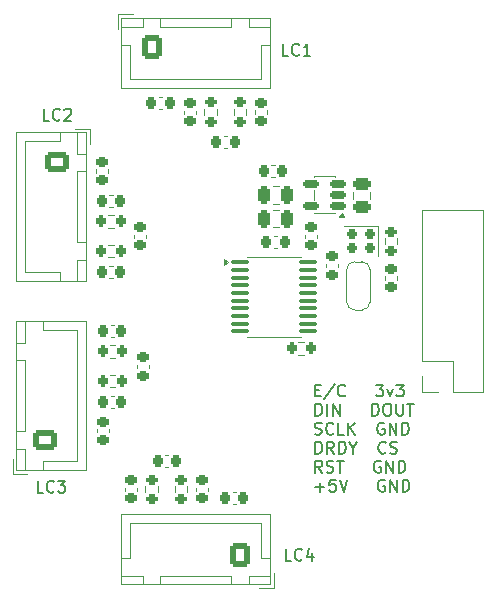
<source format=gbr>
%TF.GenerationSoftware,KiCad,Pcbnew,9.0.6*%
%TF.CreationDate,2025-12-29T21:08:54-05:00*%
%TF.ProjectId,plimsoll,706c696d-736f-46c6-9c2e-6b696361645f,rev?*%
%TF.SameCoordinates,Original*%
%TF.FileFunction,Legend,Top*%
%TF.FilePolarity,Positive*%
%FSLAX46Y46*%
G04 Gerber Fmt 4.6, Leading zero omitted, Abs format (unit mm)*
G04 Created by KiCad (PCBNEW 9.0.6) date 2025-12-29 21:08:54*
%MOMM*%
%LPD*%
G01*
G04 APERTURE LIST*
G04 Aperture macros list*
%AMRoundRect*
0 Rectangle with rounded corners*
0 $1 Rounding radius*
0 $2 $3 $4 $5 $6 $7 $8 $9 X,Y pos of 4 corners*
0 Add a 4 corners polygon primitive as box body*
4,1,4,$2,$3,$4,$5,$6,$7,$8,$9,$2,$3,0*
0 Add four circle primitives for the rounded corners*
1,1,$1+$1,$2,$3*
1,1,$1+$1,$4,$5*
1,1,$1+$1,$6,$7*
1,1,$1+$1,$8,$9*
0 Add four rect primitives between the rounded corners*
20,1,$1+$1,$2,$3,$4,$5,0*
20,1,$1+$1,$4,$5,$6,$7,0*
20,1,$1+$1,$6,$7,$8,$9,0*
20,1,$1+$1,$8,$9,$2,$3,0*%
%AMFreePoly0*
4,1,23,0.550000,-0.750000,0.000000,-0.750000,0.000000,-0.745722,-0.065263,-0.745722,-0.191342,-0.711940,-0.304381,-0.646677,-0.396677,-0.554381,-0.461940,-0.441342,-0.495722,-0.315263,-0.495722,-0.250000,-0.500000,-0.250000,-0.500000,0.250000,-0.495722,0.250000,-0.495722,0.315263,-0.461940,0.441342,-0.396677,0.554381,-0.304381,0.646677,-0.191342,0.711940,-0.065263,0.745722,0.000000,0.745722,
0.000000,0.750000,0.550000,0.750000,0.550000,-0.750000,0.550000,-0.750000,$1*%
%AMFreePoly1*
4,1,23,0.000000,0.745722,0.065263,0.745722,0.191342,0.711940,0.304381,0.646677,0.396677,0.554381,0.461940,0.441342,0.495722,0.315263,0.495722,0.250000,0.500000,0.250000,0.500000,-0.250000,0.495722,-0.250000,0.495722,-0.315263,0.461940,-0.441342,0.396677,-0.554381,0.304381,-0.646677,0.191342,-0.711940,0.065263,-0.745722,0.000000,-0.745722,0.000000,-0.750000,-0.550000,-0.750000,
-0.550000,0.750000,0.000000,0.750000,0.000000,0.745722,0.000000,0.745722,$1*%
G04 Aperture macros list end*
%ADD10C,0.200000*%
%ADD11C,0.150000*%
%ADD12C,0.120000*%
%ADD13C,3.200000*%
%ADD14RoundRect,0.200000X0.200000X0.275000X-0.200000X0.275000X-0.200000X-0.275000X0.200000X-0.275000X0*%
%ADD15RoundRect,0.250000X0.475000X-0.250000X0.475000X0.250000X-0.475000X0.250000X-0.475000X-0.250000X0*%
%ADD16RoundRect,0.225000X-0.225000X-0.250000X0.225000X-0.250000X0.225000X0.250000X-0.225000X0.250000X0*%
%ADD17RoundRect,0.100000X-0.637500X-0.100000X0.637500X-0.100000X0.637500X0.100000X-0.637500X0.100000X0*%
%ADD18RoundRect,0.225000X0.250000X-0.225000X0.250000X0.225000X-0.250000X0.225000X-0.250000X-0.225000X0*%
%ADD19RoundRect,0.200000X-0.200000X-0.275000X0.200000X-0.275000X0.200000X0.275000X-0.200000X0.275000X0*%
%ADD20RoundRect,0.225000X-0.250000X0.225000X-0.250000X-0.225000X0.250000X-0.225000X0.250000X0.225000X0*%
%ADD21R,1.700000X1.700000*%
%ADD22C,1.700000*%
%ADD23FreePoly0,270.000000*%
%ADD24R,1.500000X1.000000*%
%ADD25FreePoly1,270.000000*%
%ADD26RoundRect,0.200000X0.275000X-0.200000X0.275000X0.200000X-0.275000X0.200000X-0.275000X-0.200000X0*%
%ADD27RoundRect,0.250000X0.250000X0.475000X-0.250000X0.475000X-0.250000X-0.475000X0.250000X-0.475000X0*%
%ADD28RoundRect,0.250000X0.725000X-0.600000X0.725000X0.600000X-0.725000X0.600000X-0.725000X-0.600000X0*%
%ADD29O,1.950000X1.700000*%
%ADD30RoundRect,0.225000X0.225000X0.250000X-0.225000X0.250000X-0.225000X-0.250000X0.225000X-0.250000X0*%
%ADD31RoundRect,0.250000X0.600000X0.725000X-0.600000X0.725000X-0.600000X-0.725000X0.600000X-0.725000X0*%
%ADD32O,1.700000X1.950000*%
%ADD33RoundRect,0.200000X0.250000X0.200000X-0.250000X0.200000X-0.250000X-0.200000X0.250000X-0.200000X0*%
%ADD34RoundRect,0.200000X-0.275000X0.200000X-0.275000X-0.200000X0.275000X-0.200000X0.275000X0.200000X0*%
%ADD35RoundRect,0.250000X-0.725000X0.600000X-0.725000X-0.600000X0.725000X-0.600000X0.725000X0.600000X0*%
%ADD36RoundRect,0.150000X0.512500X0.150000X-0.512500X0.150000X-0.512500X-0.150000X0.512500X-0.150000X0*%
%ADD37RoundRect,0.250000X-0.600000X-0.725000X0.600000X-0.725000X0.600000X0.725000X-0.600000X0.725000X0*%
G04 APERTURE END LIST*
D10*
X126369673Y-132543689D02*
X126703006Y-132543689D01*
X126845863Y-133067499D02*
X126369673Y-133067499D01*
X126369673Y-133067499D02*
X126369673Y-132067499D01*
X126369673Y-132067499D02*
X126845863Y-132067499D01*
X127988720Y-132019880D02*
X127131578Y-133305594D01*
X128893482Y-132972260D02*
X128845863Y-133019880D01*
X128845863Y-133019880D02*
X128703006Y-133067499D01*
X128703006Y-133067499D02*
X128607768Y-133067499D01*
X128607768Y-133067499D02*
X128464911Y-133019880D01*
X128464911Y-133019880D02*
X128369673Y-132924641D01*
X128369673Y-132924641D02*
X128322054Y-132829403D01*
X128322054Y-132829403D02*
X128274435Y-132638927D01*
X128274435Y-132638927D02*
X128274435Y-132496070D01*
X128274435Y-132496070D02*
X128322054Y-132305594D01*
X128322054Y-132305594D02*
X128369673Y-132210356D01*
X128369673Y-132210356D02*
X128464911Y-132115118D01*
X128464911Y-132115118D02*
X128607768Y-132067499D01*
X128607768Y-132067499D02*
X128703006Y-132067499D01*
X128703006Y-132067499D02*
X128845863Y-132115118D01*
X128845863Y-132115118D02*
X128893482Y-132162737D01*
X131512531Y-132067499D02*
X132131578Y-132067499D01*
X132131578Y-132067499D02*
X131798245Y-132448451D01*
X131798245Y-132448451D02*
X131941102Y-132448451D01*
X131941102Y-132448451D02*
X132036340Y-132496070D01*
X132036340Y-132496070D02*
X132083959Y-132543689D01*
X132083959Y-132543689D02*
X132131578Y-132638927D01*
X132131578Y-132638927D02*
X132131578Y-132877022D01*
X132131578Y-132877022D02*
X132083959Y-132972260D01*
X132083959Y-132972260D02*
X132036340Y-133019880D01*
X132036340Y-133019880D02*
X131941102Y-133067499D01*
X131941102Y-133067499D02*
X131655388Y-133067499D01*
X131655388Y-133067499D02*
X131560150Y-133019880D01*
X131560150Y-133019880D02*
X131512531Y-132972260D01*
X132464912Y-132400832D02*
X132703007Y-133067499D01*
X132703007Y-133067499D02*
X132941102Y-132400832D01*
X133226817Y-132067499D02*
X133845864Y-132067499D01*
X133845864Y-132067499D02*
X133512531Y-132448451D01*
X133512531Y-132448451D02*
X133655388Y-132448451D01*
X133655388Y-132448451D02*
X133750626Y-132496070D01*
X133750626Y-132496070D02*
X133798245Y-132543689D01*
X133798245Y-132543689D02*
X133845864Y-132638927D01*
X133845864Y-132638927D02*
X133845864Y-132877022D01*
X133845864Y-132877022D02*
X133798245Y-132972260D01*
X133798245Y-132972260D02*
X133750626Y-133019880D01*
X133750626Y-133019880D02*
X133655388Y-133067499D01*
X133655388Y-133067499D02*
X133369674Y-133067499D01*
X133369674Y-133067499D02*
X133274436Y-133019880D01*
X133274436Y-133019880D02*
X133226817Y-132972260D01*
X126369673Y-134677443D02*
X126369673Y-133677443D01*
X126369673Y-133677443D02*
X126607768Y-133677443D01*
X126607768Y-133677443D02*
X126750625Y-133725062D01*
X126750625Y-133725062D02*
X126845863Y-133820300D01*
X126845863Y-133820300D02*
X126893482Y-133915538D01*
X126893482Y-133915538D02*
X126941101Y-134106014D01*
X126941101Y-134106014D02*
X126941101Y-134248871D01*
X126941101Y-134248871D02*
X126893482Y-134439347D01*
X126893482Y-134439347D02*
X126845863Y-134534585D01*
X126845863Y-134534585D02*
X126750625Y-134629824D01*
X126750625Y-134629824D02*
X126607768Y-134677443D01*
X126607768Y-134677443D02*
X126369673Y-134677443D01*
X127369673Y-134677443D02*
X127369673Y-133677443D01*
X127845863Y-134677443D02*
X127845863Y-133677443D01*
X127845863Y-133677443D02*
X128417291Y-134677443D01*
X128417291Y-134677443D02*
X128417291Y-133677443D01*
X131179197Y-134677443D02*
X131179197Y-133677443D01*
X131179197Y-133677443D02*
X131417292Y-133677443D01*
X131417292Y-133677443D02*
X131560149Y-133725062D01*
X131560149Y-133725062D02*
X131655387Y-133820300D01*
X131655387Y-133820300D02*
X131703006Y-133915538D01*
X131703006Y-133915538D02*
X131750625Y-134106014D01*
X131750625Y-134106014D02*
X131750625Y-134248871D01*
X131750625Y-134248871D02*
X131703006Y-134439347D01*
X131703006Y-134439347D02*
X131655387Y-134534585D01*
X131655387Y-134534585D02*
X131560149Y-134629824D01*
X131560149Y-134629824D02*
X131417292Y-134677443D01*
X131417292Y-134677443D02*
X131179197Y-134677443D01*
X132369673Y-133677443D02*
X132560149Y-133677443D01*
X132560149Y-133677443D02*
X132655387Y-133725062D01*
X132655387Y-133725062D02*
X132750625Y-133820300D01*
X132750625Y-133820300D02*
X132798244Y-134010776D01*
X132798244Y-134010776D02*
X132798244Y-134344109D01*
X132798244Y-134344109D02*
X132750625Y-134534585D01*
X132750625Y-134534585D02*
X132655387Y-134629824D01*
X132655387Y-134629824D02*
X132560149Y-134677443D01*
X132560149Y-134677443D02*
X132369673Y-134677443D01*
X132369673Y-134677443D02*
X132274435Y-134629824D01*
X132274435Y-134629824D02*
X132179197Y-134534585D01*
X132179197Y-134534585D02*
X132131578Y-134344109D01*
X132131578Y-134344109D02*
X132131578Y-134010776D01*
X132131578Y-134010776D02*
X132179197Y-133820300D01*
X132179197Y-133820300D02*
X132274435Y-133725062D01*
X132274435Y-133725062D02*
X132369673Y-133677443D01*
X133226816Y-133677443D02*
X133226816Y-134486966D01*
X133226816Y-134486966D02*
X133274435Y-134582204D01*
X133274435Y-134582204D02*
X133322054Y-134629824D01*
X133322054Y-134629824D02*
X133417292Y-134677443D01*
X133417292Y-134677443D02*
X133607768Y-134677443D01*
X133607768Y-134677443D02*
X133703006Y-134629824D01*
X133703006Y-134629824D02*
X133750625Y-134582204D01*
X133750625Y-134582204D02*
X133798244Y-134486966D01*
X133798244Y-134486966D02*
X133798244Y-133677443D01*
X134131578Y-133677443D02*
X134703006Y-133677443D01*
X134417292Y-134677443D02*
X134417292Y-133677443D01*
X126322054Y-136239768D02*
X126464911Y-136287387D01*
X126464911Y-136287387D02*
X126703006Y-136287387D01*
X126703006Y-136287387D02*
X126798244Y-136239768D01*
X126798244Y-136239768D02*
X126845863Y-136192148D01*
X126845863Y-136192148D02*
X126893482Y-136096910D01*
X126893482Y-136096910D02*
X126893482Y-136001672D01*
X126893482Y-136001672D02*
X126845863Y-135906434D01*
X126845863Y-135906434D02*
X126798244Y-135858815D01*
X126798244Y-135858815D02*
X126703006Y-135811196D01*
X126703006Y-135811196D02*
X126512530Y-135763577D01*
X126512530Y-135763577D02*
X126417292Y-135715958D01*
X126417292Y-135715958D02*
X126369673Y-135668339D01*
X126369673Y-135668339D02*
X126322054Y-135573101D01*
X126322054Y-135573101D02*
X126322054Y-135477863D01*
X126322054Y-135477863D02*
X126369673Y-135382625D01*
X126369673Y-135382625D02*
X126417292Y-135335006D01*
X126417292Y-135335006D02*
X126512530Y-135287387D01*
X126512530Y-135287387D02*
X126750625Y-135287387D01*
X126750625Y-135287387D02*
X126893482Y-135335006D01*
X127893482Y-136192148D02*
X127845863Y-136239768D01*
X127845863Y-136239768D02*
X127703006Y-136287387D01*
X127703006Y-136287387D02*
X127607768Y-136287387D01*
X127607768Y-136287387D02*
X127464911Y-136239768D01*
X127464911Y-136239768D02*
X127369673Y-136144529D01*
X127369673Y-136144529D02*
X127322054Y-136049291D01*
X127322054Y-136049291D02*
X127274435Y-135858815D01*
X127274435Y-135858815D02*
X127274435Y-135715958D01*
X127274435Y-135715958D02*
X127322054Y-135525482D01*
X127322054Y-135525482D02*
X127369673Y-135430244D01*
X127369673Y-135430244D02*
X127464911Y-135335006D01*
X127464911Y-135335006D02*
X127607768Y-135287387D01*
X127607768Y-135287387D02*
X127703006Y-135287387D01*
X127703006Y-135287387D02*
X127845863Y-135335006D01*
X127845863Y-135335006D02*
X127893482Y-135382625D01*
X128798244Y-136287387D02*
X128322054Y-136287387D01*
X128322054Y-136287387D02*
X128322054Y-135287387D01*
X129131578Y-136287387D02*
X129131578Y-135287387D01*
X129703006Y-136287387D02*
X129274435Y-135715958D01*
X129703006Y-135287387D02*
X129131578Y-135858815D01*
X132179197Y-135335006D02*
X132083959Y-135287387D01*
X132083959Y-135287387D02*
X131941102Y-135287387D01*
X131941102Y-135287387D02*
X131798245Y-135335006D01*
X131798245Y-135335006D02*
X131703007Y-135430244D01*
X131703007Y-135430244D02*
X131655388Y-135525482D01*
X131655388Y-135525482D02*
X131607769Y-135715958D01*
X131607769Y-135715958D02*
X131607769Y-135858815D01*
X131607769Y-135858815D02*
X131655388Y-136049291D01*
X131655388Y-136049291D02*
X131703007Y-136144529D01*
X131703007Y-136144529D02*
X131798245Y-136239768D01*
X131798245Y-136239768D02*
X131941102Y-136287387D01*
X131941102Y-136287387D02*
X132036340Y-136287387D01*
X132036340Y-136287387D02*
X132179197Y-136239768D01*
X132179197Y-136239768D02*
X132226816Y-136192148D01*
X132226816Y-136192148D02*
X132226816Y-135858815D01*
X132226816Y-135858815D02*
X132036340Y-135858815D01*
X132655388Y-136287387D02*
X132655388Y-135287387D01*
X132655388Y-135287387D02*
X133226816Y-136287387D01*
X133226816Y-136287387D02*
X133226816Y-135287387D01*
X133703007Y-136287387D02*
X133703007Y-135287387D01*
X133703007Y-135287387D02*
X133941102Y-135287387D01*
X133941102Y-135287387D02*
X134083959Y-135335006D01*
X134083959Y-135335006D02*
X134179197Y-135430244D01*
X134179197Y-135430244D02*
X134226816Y-135525482D01*
X134226816Y-135525482D02*
X134274435Y-135715958D01*
X134274435Y-135715958D02*
X134274435Y-135858815D01*
X134274435Y-135858815D02*
X134226816Y-136049291D01*
X134226816Y-136049291D02*
X134179197Y-136144529D01*
X134179197Y-136144529D02*
X134083959Y-136239768D01*
X134083959Y-136239768D02*
X133941102Y-136287387D01*
X133941102Y-136287387D02*
X133703007Y-136287387D01*
X126369673Y-137897331D02*
X126369673Y-136897331D01*
X126369673Y-136897331D02*
X126607768Y-136897331D01*
X126607768Y-136897331D02*
X126750625Y-136944950D01*
X126750625Y-136944950D02*
X126845863Y-137040188D01*
X126845863Y-137040188D02*
X126893482Y-137135426D01*
X126893482Y-137135426D02*
X126941101Y-137325902D01*
X126941101Y-137325902D02*
X126941101Y-137468759D01*
X126941101Y-137468759D02*
X126893482Y-137659235D01*
X126893482Y-137659235D02*
X126845863Y-137754473D01*
X126845863Y-137754473D02*
X126750625Y-137849712D01*
X126750625Y-137849712D02*
X126607768Y-137897331D01*
X126607768Y-137897331D02*
X126369673Y-137897331D01*
X127941101Y-137897331D02*
X127607768Y-137421140D01*
X127369673Y-137897331D02*
X127369673Y-136897331D01*
X127369673Y-136897331D02*
X127750625Y-136897331D01*
X127750625Y-136897331D02*
X127845863Y-136944950D01*
X127845863Y-136944950D02*
X127893482Y-136992569D01*
X127893482Y-136992569D02*
X127941101Y-137087807D01*
X127941101Y-137087807D02*
X127941101Y-137230664D01*
X127941101Y-137230664D02*
X127893482Y-137325902D01*
X127893482Y-137325902D02*
X127845863Y-137373521D01*
X127845863Y-137373521D02*
X127750625Y-137421140D01*
X127750625Y-137421140D02*
X127369673Y-137421140D01*
X128369673Y-137897331D02*
X128369673Y-136897331D01*
X128369673Y-136897331D02*
X128607768Y-136897331D01*
X128607768Y-136897331D02*
X128750625Y-136944950D01*
X128750625Y-136944950D02*
X128845863Y-137040188D01*
X128845863Y-137040188D02*
X128893482Y-137135426D01*
X128893482Y-137135426D02*
X128941101Y-137325902D01*
X128941101Y-137325902D02*
X128941101Y-137468759D01*
X128941101Y-137468759D02*
X128893482Y-137659235D01*
X128893482Y-137659235D02*
X128845863Y-137754473D01*
X128845863Y-137754473D02*
X128750625Y-137849712D01*
X128750625Y-137849712D02*
X128607768Y-137897331D01*
X128607768Y-137897331D02*
X128369673Y-137897331D01*
X129560149Y-137421140D02*
X129560149Y-137897331D01*
X129226816Y-136897331D02*
X129560149Y-137421140D01*
X129560149Y-137421140D02*
X129893482Y-136897331D01*
X132322054Y-137802092D02*
X132274435Y-137849712D01*
X132274435Y-137849712D02*
X132131578Y-137897331D01*
X132131578Y-137897331D02*
X132036340Y-137897331D01*
X132036340Y-137897331D02*
X131893483Y-137849712D01*
X131893483Y-137849712D02*
X131798245Y-137754473D01*
X131798245Y-137754473D02*
X131750626Y-137659235D01*
X131750626Y-137659235D02*
X131703007Y-137468759D01*
X131703007Y-137468759D02*
X131703007Y-137325902D01*
X131703007Y-137325902D02*
X131750626Y-137135426D01*
X131750626Y-137135426D02*
X131798245Y-137040188D01*
X131798245Y-137040188D02*
X131893483Y-136944950D01*
X131893483Y-136944950D02*
X132036340Y-136897331D01*
X132036340Y-136897331D02*
X132131578Y-136897331D01*
X132131578Y-136897331D02*
X132274435Y-136944950D01*
X132274435Y-136944950D02*
X132322054Y-136992569D01*
X132703007Y-137849712D02*
X132845864Y-137897331D01*
X132845864Y-137897331D02*
X133083959Y-137897331D01*
X133083959Y-137897331D02*
X133179197Y-137849712D01*
X133179197Y-137849712D02*
X133226816Y-137802092D01*
X133226816Y-137802092D02*
X133274435Y-137706854D01*
X133274435Y-137706854D02*
X133274435Y-137611616D01*
X133274435Y-137611616D02*
X133226816Y-137516378D01*
X133226816Y-137516378D02*
X133179197Y-137468759D01*
X133179197Y-137468759D02*
X133083959Y-137421140D01*
X133083959Y-137421140D02*
X132893483Y-137373521D01*
X132893483Y-137373521D02*
X132798245Y-137325902D01*
X132798245Y-137325902D02*
X132750626Y-137278283D01*
X132750626Y-137278283D02*
X132703007Y-137183045D01*
X132703007Y-137183045D02*
X132703007Y-137087807D01*
X132703007Y-137087807D02*
X132750626Y-136992569D01*
X132750626Y-136992569D02*
X132798245Y-136944950D01*
X132798245Y-136944950D02*
X132893483Y-136897331D01*
X132893483Y-136897331D02*
X133131578Y-136897331D01*
X133131578Y-136897331D02*
X133274435Y-136944950D01*
X126941101Y-139507275D02*
X126607768Y-139031084D01*
X126369673Y-139507275D02*
X126369673Y-138507275D01*
X126369673Y-138507275D02*
X126750625Y-138507275D01*
X126750625Y-138507275D02*
X126845863Y-138554894D01*
X126845863Y-138554894D02*
X126893482Y-138602513D01*
X126893482Y-138602513D02*
X126941101Y-138697751D01*
X126941101Y-138697751D02*
X126941101Y-138840608D01*
X126941101Y-138840608D02*
X126893482Y-138935846D01*
X126893482Y-138935846D02*
X126845863Y-138983465D01*
X126845863Y-138983465D02*
X126750625Y-139031084D01*
X126750625Y-139031084D02*
X126369673Y-139031084D01*
X127322054Y-139459656D02*
X127464911Y-139507275D01*
X127464911Y-139507275D02*
X127703006Y-139507275D01*
X127703006Y-139507275D02*
X127798244Y-139459656D01*
X127798244Y-139459656D02*
X127845863Y-139412036D01*
X127845863Y-139412036D02*
X127893482Y-139316798D01*
X127893482Y-139316798D02*
X127893482Y-139221560D01*
X127893482Y-139221560D02*
X127845863Y-139126322D01*
X127845863Y-139126322D02*
X127798244Y-139078703D01*
X127798244Y-139078703D02*
X127703006Y-139031084D01*
X127703006Y-139031084D02*
X127512530Y-138983465D01*
X127512530Y-138983465D02*
X127417292Y-138935846D01*
X127417292Y-138935846D02*
X127369673Y-138888227D01*
X127369673Y-138888227D02*
X127322054Y-138792989D01*
X127322054Y-138792989D02*
X127322054Y-138697751D01*
X127322054Y-138697751D02*
X127369673Y-138602513D01*
X127369673Y-138602513D02*
X127417292Y-138554894D01*
X127417292Y-138554894D02*
X127512530Y-138507275D01*
X127512530Y-138507275D02*
X127750625Y-138507275D01*
X127750625Y-138507275D02*
X127893482Y-138554894D01*
X128179197Y-138507275D02*
X128750625Y-138507275D01*
X128464911Y-139507275D02*
X128464911Y-138507275D01*
X131893483Y-138554894D02*
X131798245Y-138507275D01*
X131798245Y-138507275D02*
X131655388Y-138507275D01*
X131655388Y-138507275D02*
X131512531Y-138554894D01*
X131512531Y-138554894D02*
X131417293Y-138650132D01*
X131417293Y-138650132D02*
X131369674Y-138745370D01*
X131369674Y-138745370D02*
X131322055Y-138935846D01*
X131322055Y-138935846D02*
X131322055Y-139078703D01*
X131322055Y-139078703D02*
X131369674Y-139269179D01*
X131369674Y-139269179D02*
X131417293Y-139364417D01*
X131417293Y-139364417D02*
X131512531Y-139459656D01*
X131512531Y-139459656D02*
X131655388Y-139507275D01*
X131655388Y-139507275D02*
X131750626Y-139507275D01*
X131750626Y-139507275D02*
X131893483Y-139459656D01*
X131893483Y-139459656D02*
X131941102Y-139412036D01*
X131941102Y-139412036D02*
X131941102Y-139078703D01*
X131941102Y-139078703D02*
X131750626Y-139078703D01*
X132369674Y-139507275D02*
X132369674Y-138507275D01*
X132369674Y-138507275D02*
X132941102Y-139507275D01*
X132941102Y-139507275D02*
X132941102Y-138507275D01*
X133417293Y-139507275D02*
X133417293Y-138507275D01*
X133417293Y-138507275D02*
X133655388Y-138507275D01*
X133655388Y-138507275D02*
X133798245Y-138554894D01*
X133798245Y-138554894D02*
X133893483Y-138650132D01*
X133893483Y-138650132D02*
X133941102Y-138745370D01*
X133941102Y-138745370D02*
X133988721Y-138935846D01*
X133988721Y-138935846D02*
X133988721Y-139078703D01*
X133988721Y-139078703D02*
X133941102Y-139269179D01*
X133941102Y-139269179D02*
X133893483Y-139364417D01*
X133893483Y-139364417D02*
X133798245Y-139459656D01*
X133798245Y-139459656D02*
X133655388Y-139507275D01*
X133655388Y-139507275D02*
X133417293Y-139507275D01*
X126369673Y-140736266D02*
X127131578Y-140736266D01*
X126750625Y-141117219D02*
X126750625Y-140355314D01*
X128083958Y-140117219D02*
X127607768Y-140117219D01*
X127607768Y-140117219D02*
X127560149Y-140593409D01*
X127560149Y-140593409D02*
X127607768Y-140545790D01*
X127607768Y-140545790D02*
X127703006Y-140498171D01*
X127703006Y-140498171D02*
X127941101Y-140498171D01*
X127941101Y-140498171D02*
X128036339Y-140545790D01*
X128036339Y-140545790D02*
X128083958Y-140593409D01*
X128083958Y-140593409D02*
X128131577Y-140688647D01*
X128131577Y-140688647D02*
X128131577Y-140926742D01*
X128131577Y-140926742D02*
X128083958Y-141021980D01*
X128083958Y-141021980D02*
X128036339Y-141069600D01*
X128036339Y-141069600D02*
X127941101Y-141117219D01*
X127941101Y-141117219D02*
X127703006Y-141117219D01*
X127703006Y-141117219D02*
X127607768Y-141069600D01*
X127607768Y-141069600D02*
X127560149Y-141021980D01*
X128417292Y-140117219D02*
X128750625Y-141117219D01*
X128750625Y-141117219D02*
X129083958Y-140117219D01*
X132226816Y-140164838D02*
X132131578Y-140117219D01*
X132131578Y-140117219D02*
X131988721Y-140117219D01*
X131988721Y-140117219D02*
X131845864Y-140164838D01*
X131845864Y-140164838D02*
X131750626Y-140260076D01*
X131750626Y-140260076D02*
X131703007Y-140355314D01*
X131703007Y-140355314D02*
X131655388Y-140545790D01*
X131655388Y-140545790D02*
X131655388Y-140688647D01*
X131655388Y-140688647D02*
X131703007Y-140879123D01*
X131703007Y-140879123D02*
X131750626Y-140974361D01*
X131750626Y-140974361D02*
X131845864Y-141069600D01*
X131845864Y-141069600D02*
X131988721Y-141117219D01*
X131988721Y-141117219D02*
X132083959Y-141117219D01*
X132083959Y-141117219D02*
X132226816Y-141069600D01*
X132226816Y-141069600D02*
X132274435Y-141021980D01*
X132274435Y-141021980D02*
X132274435Y-140688647D01*
X132274435Y-140688647D02*
X132083959Y-140688647D01*
X132703007Y-141117219D02*
X132703007Y-140117219D01*
X132703007Y-140117219D02*
X133274435Y-141117219D01*
X133274435Y-141117219D02*
X133274435Y-140117219D01*
X133750626Y-141117219D02*
X133750626Y-140117219D01*
X133750626Y-140117219D02*
X133988721Y-140117219D01*
X133988721Y-140117219D02*
X134131578Y-140164838D01*
X134131578Y-140164838D02*
X134226816Y-140260076D01*
X134226816Y-140260076D02*
X134274435Y-140355314D01*
X134274435Y-140355314D02*
X134322054Y-140545790D01*
X134322054Y-140545790D02*
X134322054Y-140688647D01*
X134322054Y-140688647D02*
X134274435Y-140879123D01*
X134274435Y-140879123D02*
X134226816Y-140974361D01*
X134226816Y-140974361D02*
X134131578Y-141069600D01*
X134131578Y-141069600D02*
X133988721Y-141117219D01*
X133988721Y-141117219D02*
X133750626Y-141117219D01*
D11*
X103333333Y-141204819D02*
X102857143Y-141204819D01*
X102857143Y-141204819D02*
X102857143Y-140204819D01*
X104238095Y-141109580D02*
X104190476Y-141157200D01*
X104190476Y-141157200D02*
X104047619Y-141204819D01*
X104047619Y-141204819D02*
X103952381Y-141204819D01*
X103952381Y-141204819D02*
X103809524Y-141157200D01*
X103809524Y-141157200D02*
X103714286Y-141061961D01*
X103714286Y-141061961D02*
X103666667Y-140966723D01*
X103666667Y-140966723D02*
X103619048Y-140776247D01*
X103619048Y-140776247D02*
X103619048Y-140633390D01*
X103619048Y-140633390D02*
X103666667Y-140442914D01*
X103666667Y-140442914D02*
X103714286Y-140347676D01*
X103714286Y-140347676D02*
X103809524Y-140252438D01*
X103809524Y-140252438D02*
X103952381Y-140204819D01*
X103952381Y-140204819D02*
X104047619Y-140204819D01*
X104047619Y-140204819D02*
X104190476Y-140252438D01*
X104190476Y-140252438D02*
X104238095Y-140300057D01*
X104571429Y-140204819D02*
X105190476Y-140204819D01*
X105190476Y-140204819D02*
X104857143Y-140585771D01*
X104857143Y-140585771D02*
X105000000Y-140585771D01*
X105000000Y-140585771D02*
X105095238Y-140633390D01*
X105095238Y-140633390D02*
X105142857Y-140681009D01*
X105142857Y-140681009D02*
X105190476Y-140776247D01*
X105190476Y-140776247D02*
X105190476Y-141014342D01*
X105190476Y-141014342D02*
X105142857Y-141109580D01*
X105142857Y-141109580D02*
X105095238Y-141157200D01*
X105095238Y-141157200D02*
X105000000Y-141204819D01*
X105000000Y-141204819D02*
X104714286Y-141204819D01*
X104714286Y-141204819D02*
X104619048Y-141157200D01*
X104619048Y-141157200D02*
X104571429Y-141109580D01*
X124333333Y-146954819D02*
X123857143Y-146954819D01*
X123857143Y-146954819D02*
X123857143Y-145954819D01*
X125238095Y-146859580D02*
X125190476Y-146907200D01*
X125190476Y-146907200D02*
X125047619Y-146954819D01*
X125047619Y-146954819D02*
X124952381Y-146954819D01*
X124952381Y-146954819D02*
X124809524Y-146907200D01*
X124809524Y-146907200D02*
X124714286Y-146811961D01*
X124714286Y-146811961D02*
X124666667Y-146716723D01*
X124666667Y-146716723D02*
X124619048Y-146526247D01*
X124619048Y-146526247D02*
X124619048Y-146383390D01*
X124619048Y-146383390D02*
X124666667Y-146192914D01*
X124666667Y-146192914D02*
X124714286Y-146097676D01*
X124714286Y-146097676D02*
X124809524Y-146002438D01*
X124809524Y-146002438D02*
X124952381Y-145954819D01*
X124952381Y-145954819D02*
X125047619Y-145954819D01*
X125047619Y-145954819D02*
X125190476Y-146002438D01*
X125190476Y-146002438D02*
X125238095Y-146050057D01*
X126095238Y-146288152D02*
X126095238Y-146954819D01*
X125857143Y-145907200D02*
X125619048Y-146621485D01*
X125619048Y-146621485D02*
X126238095Y-146621485D01*
X103833333Y-109704819D02*
X103357143Y-109704819D01*
X103357143Y-109704819D02*
X103357143Y-108704819D01*
X104738095Y-109609580D02*
X104690476Y-109657200D01*
X104690476Y-109657200D02*
X104547619Y-109704819D01*
X104547619Y-109704819D02*
X104452381Y-109704819D01*
X104452381Y-109704819D02*
X104309524Y-109657200D01*
X104309524Y-109657200D02*
X104214286Y-109561961D01*
X104214286Y-109561961D02*
X104166667Y-109466723D01*
X104166667Y-109466723D02*
X104119048Y-109276247D01*
X104119048Y-109276247D02*
X104119048Y-109133390D01*
X104119048Y-109133390D02*
X104166667Y-108942914D01*
X104166667Y-108942914D02*
X104214286Y-108847676D01*
X104214286Y-108847676D02*
X104309524Y-108752438D01*
X104309524Y-108752438D02*
X104452381Y-108704819D01*
X104452381Y-108704819D02*
X104547619Y-108704819D01*
X104547619Y-108704819D02*
X104690476Y-108752438D01*
X104690476Y-108752438D02*
X104738095Y-108800057D01*
X105119048Y-108800057D02*
X105166667Y-108752438D01*
X105166667Y-108752438D02*
X105261905Y-108704819D01*
X105261905Y-108704819D02*
X105500000Y-108704819D01*
X105500000Y-108704819D02*
X105595238Y-108752438D01*
X105595238Y-108752438D02*
X105642857Y-108800057D01*
X105642857Y-108800057D02*
X105690476Y-108895295D01*
X105690476Y-108895295D02*
X105690476Y-108990533D01*
X105690476Y-108990533D02*
X105642857Y-109133390D01*
X105642857Y-109133390D02*
X105071429Y-109704819D01*
X105071429Y-109704819D02*
X105690476Y-109704819D01*
X124083333Y-104204819D02*
X123607143Y-104204819D01*
X123607143Y-104204819D02*
X123607143Y-103204819D01*
X124988095Y-104109580D02*
X124940476Y-104157200D01*
X124940476Y-104157200D02*
X124797619Y-104204819D01*
X124797619Y-104204819D02*
X124702381Y-104204819D01*
X124702381Y-104204819D02*
X124559524Y-104157200D01*
X124559524Y-104157200D02*
X124464286Y-104061961D01*
X124464286Y-104061961D02*
X124416667Y-103966723D01*
X124416667Y-103966723D02*
X124369048Y-103776247D01*
X124369048Y-103776247D02*
X124369048Y-103633390D01*
X124369048Y-103633390D02*
X124416667Y-103442914D01*
X124416667Y-103442914D02*
X124464286Y-103347676D01*
X124464286Y-103347676D02*
X124559524Y-103252438D01*
X124559524Y-103252438D02*
X124702381Y-103204819D01*
X124702381Y-103204819D02*
X124797619Y-103204819D01*
X124797619Y-103204819D02*
X124940476Y-103252438D01*
X124940476Y-103252438D02*
X124988095Y-103300057D01*
X125940476Y-104204819D02*
X125369048Y-104204819D01*
X125654762Y-104204819D02*
X125654762Y-103204819D01*
X125654762Y-103204819D02*
X125559524Y-103347676D01*
X125559524Y-103347676D02*
X125464286Y-103442914D01*
X125464286Y-103442914D02*
X125369048Y-103490533D01*
D12*
%TO.C,R5*%
X109412258Y-128727500D02*
X108937742Y-128727500D01*
X109412258Y-129772500D02*
X108937742Y-129772500D01*
%TO.C,C16*%
X129540000Y-116311252D02*
X129540000Y-115788748D01*
X131010000Y-116311252D02*
X131010000Y-115788748D01*
%TO.C,C20*%
X122859420Y-119490000D02*
X123140580Y-119490000D01*
X122859420Y-120510000D02*
X123140580Y-120510000D01*
%TO.C,U1*%
X120552500Y-121240000D02*
X125172500Y-121240000D01*
X125172500Y-128010000D02*
X120552500Y-128010000D01*
X119002500Y-121695000D02*
X118672500Y-121935000D01*
X118672500Y-121455000D01*
X119002500Y-121695000D01*
G36*
X119002500Y-121695000D02*
G01*
X118672500Y-121935000D01*
X118672500Y-121455000D01*
X119002500Y-121695000D01*
G37*
%TO.C,C13*%
X125490000Y-119640580D02*
X125490000Y-119359420D01*
X126510000Y-119640580D02*
X126510000Y-119359420D01*
%TO.C,R9*%
X124937742Y-128477500D02*
X125412258Y-128477500D01*
X124937742Y-129522500D02*
X125412258Y-129522500D01*
%TO.C,C23*%
X107915000Y-136115580D02*
X107915000Y-135834420D01*
X108935000Y-136115580D02*
X108935000Y-135834420D01*
%TO.C,C2*%
X115240000Y-108859420D02*
X115240000Y-109140580D01*
X116260000Y-108859420D02*
X116260000Y-109140580D01*
%TO.C,J1*%
X135380000Y-130055000D02*
X135380000Y-117295000D01*
X135380000Y-132655000D02*
X135380000Y-131325000D01*
X136710000Y-132655000D02*
X135380000Y-132655000D01*
X137980000Y-130055000D02*
X135380000Y-130055000D01*
X137980000Y-132655000D02*
X137980000Y-130055000D01*
X140580000Y-117295000D02*
X135380000Y-117295000D01*
X140580000Y-132655000D02*
X137980000Y-132655000D01*
X140580000Y-132655000D02*
X140580000Y-117295000D01*
%TO.C,JP1*%
X129000000Y-125100000D02*
X129000000Y-122300000D01*
X129700000Y-121650000D02*
X130300000Y-121650000D01*
X130300000Y-125750000D02*
X129700000Y-125750000D01*
X131000000Y-122300000D02*
X131000000Y-125100000D01*
X129000000Y-122350000D02*
G75*
G02*
X129700000Y-121650000I699999J1D01*
G01*
X129700000Y-125750000D02*
G75*
G02*
X129000000Y-125050000I0J700000D01*
G01*
X130300000Y-121650000D02*
G75*
G02*
X131000000Y-122350000I1J-699999D01*
G01*
X131000000Y-125050000D02*
G75*
G02*
X130300000Y-125750000I-700000J0D01*
G01*
%TO.C,R1*%
X119477500Y-109237258D02*
X119477500Y-108762742D01*
X120522500Y-109237258D02*
X120522500Y-108762742D01*
%TO.C,C1*%
X121240000Y-108834420D02*
X121240000Y-109115580D01*
X122260000Y-108834420D02*
X122260000Y-109115580D01*
%TO.C,C15*%
X127240000Y-122115580D02*
X127240000Y-121834420D01*
X128260000Y-122115580D02*
X128260000Y-121834420D01*
%TO.C,C19*%
X123261252Y-117265000D02*
X122738748Y-117265000D01*
X123261252Y-118735000D02*
X122738748Y-118735000D01*
%TO.C,C9*%
X118609420Y-110990000D02*
X118890580Y-110990000D01*
X118609420Y-112010000D02*
X118890580Y-112010000D01*
%TO.C,LC3*%
X100725000Y-138350000D02*
X100725000Y-139600000D01*
X100725000Y-139600000D02*
X101975000Y-139600000D01*
X101015000Y-126690000D02*
X101015000Y-139310000D01*
X101015000Y-139310000D02*
X106985000Y-139310000D01*
X101025000Y-126700000D02*
X101025000Y-128500000D01*
X101025000Y-128500000D02*
X101775000Y-128500000D01*
X101025000Y-130000000D02*
X101025000Y-136000000D01*
X101025000Y-136000000D02*
X101775000Y-136000000D01*
X101025000Y-137500000D02*
X101025000Y-139300000D01*
X101025000Y-139300000D02*
X101775000Y-139300000D01*
X101775000Y-126700000D02*
X101025000Y-126700000D01*
X101775000Y-128500000D02*
X101775000Y-126700000D01*
X101775000Y-130000000D02*
X101025000Y-130000000D01*
X101775000Y-136000000D02*
X101775000Y-130000000D01*
X101775000Y-137500000D02*
X101025000Y-137500000D01*
X101775000Y-139300000D02*
X101775000Y-137500000D01*
X103275000Y-126700000D02*
X103275000Y-127450000D01*
X103275000Y-127450000D02*
X106225000Y-127450000D01*
X103275000Y-138550000D02*
X106225000Y-138550000D01*
X103275000Y-139300000D02*
X103275000Y-138550000D01*
X106225000Y-127450000D02*
X106225000Y-133000000D01*
X106225000Y-138550000D02*
X106225000Y-133000000D01*
X106985000Y-126690000D02*
X101015000Y-126690000D01*
X106985000Y-139310000D02*
X106985000Y-126690000D01*
%TO.C,C8*%
X116240000Y-141065580D02*
X116240000Y-140784420D01*
X117260000Y-141065580D02*
X117260000Y-140784420D01*
%TO.C,C3*%
X108934420Y-121990000D02*
X109215580Y-121990000D01*
X108934420Y-123010000D02*
X109215580Y-123010000D01*
%TO.C,R6*%
X109412258Y-131227500D02*
X108937742Y-131227500D01*
X109412258Y-132272500D02*
X108937742Y-132272500D01*
%TO.C,C24*%
X119640580Y-141165000D02*
X119359420Y-141165000D01*
X119640580Y-142185000D02*
X119359420Y-142185000D01*
%TO.C,R10*%
X132227500Y-120162258D02*
X132227500Y-119687742D01*
X133272500Y-120162258D02*
X133272500Y-119687742D01*
%TO.C,LC4*%
X109940000Y-143015000D02*
X109940000Y-148985000D01*
X109940000Y-148985000D02*
X122560000Y-148985000D01*
X109950000Y-146725000D02*
X110700000Y-146725000D01*
X109950000Y-148225000D02*
X109950000Y-148975000D01*
X109950000Y-148975000D02*
X111750000Y-148975000D01*
X110700000Y-143775000D02*
X116250000Y-143775000D01*
X110700000Y-146725000D02*
X110700000Y-143775000D01*
X111750000Y-148225000D02*
X109950000Y-148225000D01*
X111750000Y-148975000D02*
X111750000Y-148225000D01*
X113250000Y-148225000D02*
X113250000Y-148975000D01*
X113250000Y-148975000D02*
X119250000Y-148975000D01*
X119250000Y-148225000D02*
X113250000Y-148225000D01*
X119250000Y-148975000D02*
X119250000Y-148225000D01*
X120750000Y-148225000D02*
X120750000Y-148975000D01*
X120750000Y-148975000D02*
X122550000Y-148975000D01*
X121600000Y-149275000D02*
X122850000Y-149275000D01*
X121800000Y-143775000D02*
X116250000Y-143775000D01*
X121800000Y-146725000D02*
X121800000Y-143775000D01*
X122550000Y-146725000D02*
X121800000Y-146725000D01*
X122550000Y-148225000D02*
X120750000Y-148225000D01*
X122550000Y-148975000D02*
X122550000Y-148225000D01*
X122560000Y-143015000D02*
X109940000Y-143015000D01*
X122560000Y-148985000D02*
X122560000Y-143015000D01*
X122850000Y-149275000D02*
X122850000Y-148025000D01*
%TO.C,Y1*%
X131710000Y-118640000D02*
X128790000Y-118640000D01*
X131710000Y-121160000D02*
X131710000Y-118640000D01*
%TO.C,C12*%
X113915580Y-137990000D02*
X113634420Y-137990000D01*
X113915580Y-139010000D02*
X113634420Y-139010000D01*
%TO.C,C5*%
X109034420Y-126990000D02*
X109315580Y-126990000D01*
X109034420Y-128010000D02*
X109315580Y-128010000D01*
%TO.C,R2*%
X116977500Y-109237258D02*
X116977500Y-108762742D01*
X118022500Y-109237258D02*
X118022500Y-108762742D01*
%TO.C,R4*%
X109312258Y-117727500D02*
X108837742Y-117727500D01*
X109312258Y-118772500D02*
X108837742Y-118772500D01*
%TO.C,R7*%
X111977500Y-140687742D02*
X111977500Y-141162258D01*
X113022500Y-140687742D02*
X113022500Y-141162258D01*
%TO.C,C10*%
X110990000Y-119359420D02*
X110990000Y-119640580D01*
X112010000Y-119359420D02*
X112010000Y-119640580D01*
%TO.C,R8*%
X114477500Y-140687742D02*
X114477500Y-141162258D01*
X115522500Y-140687742D02*
X115522500Y-141162258D01*
%TO.C,C22*%
X107815000Y-113834420D02*
X107815000Y-114115580D01*
X108835000Y-113834420D02*
X108835000Y-114115580D01*
%TO.C,C14*%
X122915580Y-113490000D02*
X122634420Y-113490000D01*
X122915580Y-114510000D02*
X122634420Y-114510000D01*
%TO.C,C18*%
X123261252Y-115265000D02*
X122738748Y-115265000D01*
X123261252Y-116735000D02*
X122738748Y-116735000D01*
%TO.C,C17*%
X132240000Y-122884420D02*
X132240000Y-123165580D01*
X133260000Y-122884420D02*
X133260000Y-123165580D01*
%TO.C,C21*%
X113109420Y-107740000D02*
X113390580Y-107740000D01*
X113109420Y-108760000D02*
X113390580Y-108760000D01*
%TO.C,LC2*%
X101015000Y-110690000D02*
X101015000Y-123310000D01*
X101015000Y-123310000D02*
X106985000Y-123310000D01*
X101775000Y-111450000D02*
X101775000Y-117000000D01*
X101775000Y-122550000D02*
X101775000Y-117000000D01*
X104725000Y-110700000D02*
X104725000Y-111450000D01*
X104725000Y-111450000D02*
X101775000Y-111450000D01*
X104725000Y-122550000D02*
X101775000Y-122550000D01*
X104725000Y-123300000D02*
X104725000Y-122550000D01*
X106225000Y-110700000D02*
X106225000Y-112500000D01*
X106225000Y-112500000D02*
X106975000Y-112500000D01*
X106225000Y-114000000D02*
X106225000Y-120000000D01*
X106225000Y-120000000D02*
X106975000Y-120000000D01*
X106225000Y-121500000D02*
X106225000Y-123300000D01*
X106225000Y-123300000D02*
X106975000Y-123300000D01*
X106975000Y-110700000D02*
X106225000Y-110700000D01*
X106975000Y-112500000D02*
X106975000Y-110700000D01*
X106975000Y-114000000D02*
X106225000Y-114000000D01*
X106975000Y-120000000D02*
X106975000Y-114000000D01*
X106975000Y-121500000D02*
X106225000Y-121500000D01*
X106975000Y-123300000D02*
X106975000Y-121500000D01*
X106985000Y-110690000D02*
X101015000Y-110690000D01*
X106985000Y-123310000D02*
X106985000Y-110690000D01*
X107275000Y-110400000D02*
X106025000Y-110400000D01*
X107275000Y-111650000D02*
X107275000Y-110400000D01*
%TO.C,C6*%
X109034420Y-132990000D02*
X109315580Y-132990000D01*
X109034420Y-134010000D02*
X109315580Y-134010000D01*
%TO.C,C7*%
X110240000Y-141065580D02*
X110240000Y-140784420D01*
X111260000Y-141065580D02*
X111260000Y-140784420D01*
%TO.C,U2*%
X126227500Y-114440000D02*
X128047500Y-114440000D01*
X126227500Y-114490000D02*
X126227500Y-114440000D01*
X126227500Y-116390000D02*
X126227500Y-115610000D01*
X126227500Y-117560000D02*
X126227500Y-117510000D01*
X128047500Y-114440000D02*
X128047500Y-114490000D01*
X128047500Y-117510000D02*
X128047500Y-117560000D01*
X128047500Y-117560000D02*
X126227500Y-117560000D01*
X128827500Y-117840000D02*
X128347500Y-117840000D01*
X128587500Y-117510000D01*
X128827500Y-117840000D01*
G36*
X128827500Y-117840000D02*
G01*
X128347500Y-117840000D01*
X128587500Y-117510000D01*
X128827500Y-117840000D01*
G37*
%TO.C,C4*%
X108934420Y-115990000D02*
X109215580Y-115990000D01*
X108934420Y-117010000D02*
X109215580Y-117010000D01*
%TO.C,LC1*%
X109650000Y-100725000D02*
X109650000Y-101975000D01*
X109940000Y-101015000D02*
X109940000Y-106985000D01*
X109940000Y-106985000D02*
X122560000Y-106985000D01*
X109950000Y-101025000D02*
X109950000Y-101775000D01*
X109950000Y-101775000D02*
X111750000Y-101775000D01*
X109950000Y-103275000D02*
X110700000Y-103275000D01*
X110700000Y-103275000D02*
X110700000Y-106225000D01*
X110700000Y-106225000D02*
X116250000Y-106225000D01*
X110900000Y-100725000D02*
X109650000Y-100725000D01*
X111750000Y-101025000D02*
X109950000Y-101025000D01*
X111750000Y-101775000D02*
X111750000Y-101025000D01*
X113250000Y-101025000D02*
X113250000Y-101775000D01*
X113250000Y-101775000D02*
X119250000Y-101775000D01*
X119250000Y-101025000D02*
X113250000Y-101025000D01*
X119250000Y-101775000D02*
X119250000Y-101025000D01*
X120750000Y-101025000D02*
X120750000Y-101775000D01*
X120750000Y-101775000D02*
X122550000Y-101775000D01*
X121800000Y-103275000D02*
X121800000Y-106225000D01*
X121800000Y-106225000D02*
X116250000Y-106225000D01*
X122550000Y-101025000D02*
X120750000Y-101025000D01*
X122550000Y-101775000D02*
X122550000Y-101025000D01*
X122550000Y-103275000D02*
X121800000Y-103275000D01*
X122560000Y-101015000D02*
X109940000Y-101015000D01*
X122560000Y-106985000D02*
X122560000Y-101015000D01*
%TO.C,R3*%
X109312258Y-120227500D02*
X108837742Y-120227500D01*
X109312258Y-121272500D02*
X108837742Y-121272500D01*
%TO.C,C11*%
X111240000Y-130665580D02*
X111240000Y-130384420D01*
X112260000Y-130665580D02*
X112260000Y-130384420D01*
%TD*%
%LPC*%
%TO.C,JP1*%
G36*
X130750000Y-122950000D02*
G01*
X129250000Y-122950000D01*
X129250000Y-124450000D01*
X130750000Y-124450000D01*
X130750000Y-122950000D01*
G37*
%TD*%
D13*
%TO.C,H4*%
X138000000Y-146000000D03*
%TD*%
D14*
%TO.C,R5*%
X110000000Y-129250000D03*
X108350000Y-129250000D03*
%TD*%
D15*
%TO.C,C16*%
X130275000Y-117000000D03*
X130275000Y-115100000D03*
%TD*%
D16*
%TO.C,C20*%
X122225000Y-120000000D03*
X123775000Y-120000000D03*
%TD*%
D13*
%TO.C,H3*%
X138000000Y-104000000D03*
%TD*%
D17*
%TO.C,U1*%
X120000000Y-121700000D03*
X120000000Y-122350000D03*
X120000000Y-123000000D03*
X120000000Y-123650000D03*
X120000000Y-124300000D03*
X120000000Y-124950000D03*
X120000000Y-125600000D03*
X120000000Y-126250000D03*
X120000000Y-126900000D03*
X120000000Y-127550000D03*
X125725000Y-127550000D03*
X125725000Y-126900000D03*
X125725000Y-126250000D03*
X125725000Y-125600000D03*
X125725000Y-124950000D03*
X125725000Y-124300000D03*
X125725000Y-123650000D03*
X125725000Y-123000000D03*
X125725000Y-122350000D03*
X125725000Y-121700000D03*
%TD*%
D18*
%TO.C,C13*%
X126000000Y-120275000D03*
X126000000Y-118725000D03*
%TD*%
D19*
%TO.C,R9*%
X124350000Y-129000000D03*
X126000000Y-129000000D03*
%TD*%
D18*
%TO.C,C23*%
X108425000Y-136750000D03*
X108425000Y-135200000D03*
%TD*%
D20*
%TO.C,C2*%
X115750000Y-108225000D03*
X115750000Y-109775000D03*
%TD*%
D21*
%TO.C,J1*%
X136710000Y-131325000D03*
D22*
X139250000Y-131325000D03*
X136710000Y-128785000D03*
X139250000Y-128785000D03*
X136710000Y-126245000D03*
X139250000Y-126245000D03*
X136710000Y-123705000D03*
X139250000Y-123705000D03*
X136710000Y-121165000D03*
X139250000Y-121165000D03*
X136710000Y-118625000D03*
X139250000Y-118625000D03*
%TD*%
D23*
%TO.C,JP1*%
X130000000Y-122400000D03*
D24*
X130000000Y-123700000D03*
D25*
X130000000Y-125000000D03*
%TD*%
D26*
%TO.C,R1*%
X120000000Y-109825000D03*
X120000000Y-108175000D03*
%TD*%
D20*
%TO.C,C1*%
X121750000Y-108200000D03*
X121750000Y-109750000D03*
%TD*%
D18*
%TO.C,C15*%
X127750000Y-122750000D03*
X127750000Y-121200000D03*
%TD*%
D27*
%TO.C,C19*%
X123950000Y-118000000D03*
X122050000Y-118000000D03*
%TD*%
D16*
%TO.C,C9*%
X117975000Y-111500000D03*
X119525000Y-111500000D03*
%TD*%
D28*
%TO.C,LC3*%
X103475000Y-136750000D03*
D29*
X103475000Y-134250000D03*
X103475000Y-131750000D03*
X103475000Y-129250000D03*
%TD*%
D18*
%TO.C,C8*%
X116750000Y-141700000D03*
X116750000Y-140150000D03*
%TD*%
D16*
%TO.C,C3*%
X108300000Y-122500000D03*
X109850000Y-122500000D03*
%TD*%
D14*
%TO.C,R6*%
X110000000Y-131750000D03*
X108350000Y-131750000D03*
%TD*%
D30*
%TO.C,C24*%
X120275000Y-141675000D03*
X118725000Y-141675000D03*
%TD*%
D26*
%TO.C,R10*%
X132750000Y-120750000D03*
X132750000Y-119100000D03*
%TD*%
D31*
%TO.C,LC4*%
X120000000Y-146525000D03*
D32*
X117500000Y-146525000D03*
X115000000Y-146525000D03*
X112500000Y-146525000D03*
%TD*%
D33*
%TO.C,Y1*%
X131000000Y-119300000D03*
X129500000Y-119300000D03*
X129500000Y-120500000D03*
X131000000Y-120500000D03*
%TD*%
D30*
%TO.C,C12*%
X114550000Y-138500000D03*
X113000000Y-138500000D03*
%TD*%
D13*
%TO.C,H1*%
X104000000Y-104000000D03*
%TD*%
D16*
%TO.C,C5*%
X108400000Y-127500000D03*
X109950000Y-127500000D03*
%TD*%
D26*
%TO.C,R2*%
X117500000Y-109825000D03*
X117500000Y-108175000D03*
%TD*%
D14*
%TO.C,R4*%
X109900000Y-118250000D03*
X108250000Y-118250000D03*
%TD*%
D34*
%TO.C,R7*%
X112500000Y-140100000D03*
X112500000Y-141750000D03*
%TD*%
D20*
%TO.C,C10*%
X111500000Y-118725000D03*
X111500000Y-120275000D03*
%TD*%
D34*
%TO.C,R8*%
X115000000Y-140100000D03*
X115000000Y-141750000D03*
%TD*%
D20*
%TO.C,C22*%
X108325000Y-113200000D03*
X108325000Y-114750000D03*
%TD*%
D30*
%TO.C,C14*%
X123550000Y-114000000D03*
X122000000Y-114000000D03*
%TD*%
D27*
%TO.C,C18*%
X123950000Y-116000000D03*
X122050000Y-116000000D03*
%TD*%
D20*
%TO.C,C17*%
X132750000Y-122250000D03*
X132750000Y-123800000D03*
%TD*%
D16*
%TO.C,C21*%
X112475000Y-108250000D03*
X114025000Y-108250000D03*
%TD*%
D35*
%TO.C,LC2*%
X104525000Y-113250000D03*
D29*
X104525000Y-115750000D03*
X104525000Y-118250000D03*
X104525000Y-120750000D03*
%TD*%
D13*
%TO.C,H2*%
X104000000Y-146000000D03*
%TD*%
D16*
%TO.C,C6*%
X108400000Y-133500000D03*
X109950000Y-133500000D03*
%TD*%
D18*
%TO.C,C7*%
X110750000Y-141700000D03*
X110750000Y-140150000D03*
%TD*%
D36*
%TO.C,U2*%
X128275000Y-116950000D03*
X128275000Y-116000000D03*
X128275000Y-115050000D03*
X126000000Y-115050000D03*
X126000000Y-116950000D03*
%TD*%
D16*
%TO.C,C4*%
X108300000Y-116500000D03*
X109850000Y-116500000D03*
%TD*%
D37*
%TO.C,LC1*%
X112500000Y-103475000D03*
D32*
X115000000Y-103475000D03*
X117500000Y-103475000D03*
X120000000Y-103475000D03*
%TD*%
D14*
%TO.C,R3*%
X109900000Y-120750000D03*
X108250000Y-120750000D03*
%TD*%
D18*
%TO.C,C11*%
X111750000Y-131300000D03*
X111750000Y-129750000D03*
%TD*%
%LPD*%
M02*

</source>
